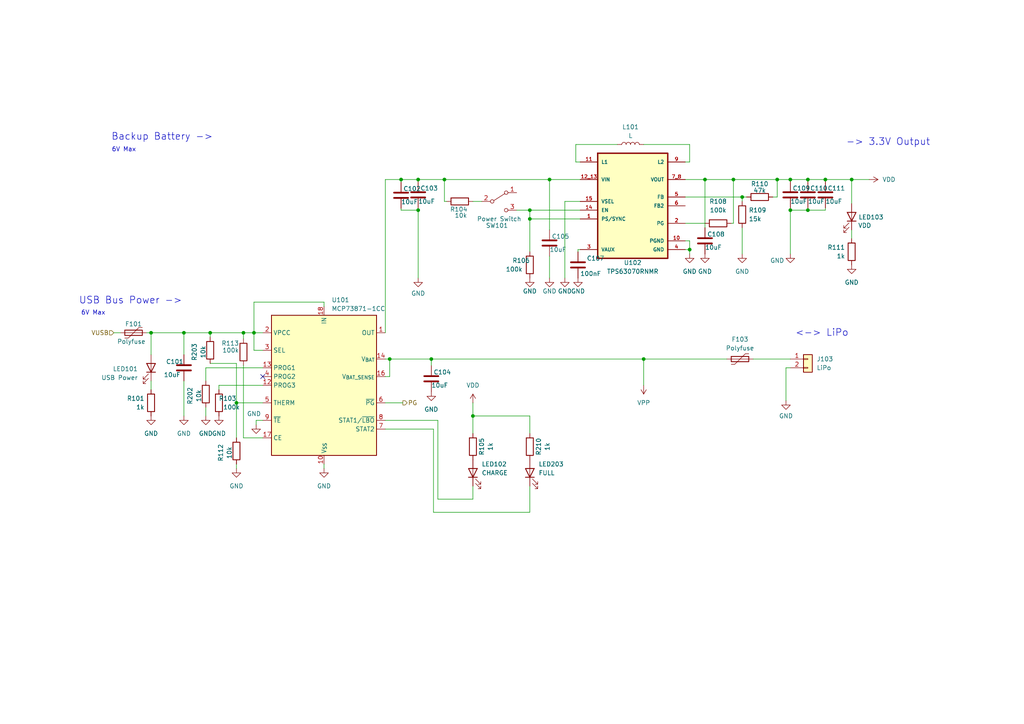
<source format=kicad_sch>
(kicad_sch (version 20250114) (generator "eeschema") (generator_version "9.0")
  (paper "A4")
  (lib_symbols
    (symbol "Battery_Management:MCP73871-1CC"
      (property "Reference" "U" (at -7.62 24.13 0))
      (property "Value" "MCP73871-1CC" (at -15.24 21.59 0))
      (symbol "MCP73871-1CC_0_1"
        (rectangle (start -15.24 20.32) (end 15.24 -20.32) (stroke (width 0.254)) (fill (type background)))
      )
      (symbol "MCP73871-1CC_1_1"
        (pin input line (at -17.78 15.24 0) (length 2.54) (name "VPCC") (number "2"))
        (pin input line (at -17.78 10.16 0) (length 2.54) (name "SEL") (number "3"))
        (pin bidirectional line (at -17.78 5.08 0) (length 2.54) (name "PROG1") (number "13"))
        (pin input line (at -17.78 2.54 0) (length 2.54) (name "PROG2") (number "4"))
        (pin bidirectional line (at -17.78 0 0) (length 2.54) (name "PROG3") (number "12"))
        (pin bidirectional line (at -17.78 -5.08 0) (length 2.54) (name "THERM") (number "5"))
        (pin input line (at -17.78 -10.16 0) (length 2.54) (name "~{TE}") (number "9"))
        (pin input line (at -17.78 -15.24 0) (length 2.54) (name "CE") (number "17"))
        (pin power_in line (at 0 22.86 270) (length 2.54) (name "IN") (number "18"))
        (pin passive line (at 0 22.86 270) (length 2.54) (hide yes) (name "IN") (number "19"))
        (pin power_in line (at 0 -22.86 90) (length 2.54) (name "V_{SS}") (number "10"))
        (pin passive line (at 0 -22.86 90) (length 2.54) (hide yes) (name "V_{SS}") (number "11"))
        (pin passive line (at 0 -22.86 90) (length 2.54) (hide yes) (name "V_{SS}") (number "21"))
        (pin power_out line (at 17.78 15.24 180) (length 2.54) (name "OUT") (number "1"))
        (pin passive line (at 17.78 15.24 180) (length 2.54) (hide yes) (name "OUT") (number "20"))
        (pin power_out line (at 17.78 7.62 180) (length 2.54) (name "V_{BAT}") (number "14"))
        (pin passive line (at 17.78 7.62 180) (length 2.54) (hide yes) (name "V_{BAT}") (number "15"))
        (pin input line (at 17.78 2.54 180) (length 2.54) (name "V_{BAT_SENSE}") (number "16"))
        (pin open_collector line (at 17.78 -5.08 180) (length 2.54) (name "~{PG}") (number "6"))
        (pin open_collector line (at 17.78 -10.16 180) (length 2.54) (name "STAT1/~{LBO}") (number "8"))
        (pin open_collector line (at 17.78 -12.7 180) (length 2.54) (name "STAT2") (number "7"))
      )
    )
    (symbol "Connector_Generic:Conn_01x02" (pin_names (offset 1.016) (hide yes))
      (property "Reference" "J" (at 0 2.54 0))
      (property "Value" "Conn_01x02" (at 0 -5.08 0))
      (symbol "Conn_01x02_1_1"
        (rectangle (start -1.27 1.27) (end 1.27 -3.81) (stroke (width 0.254)) (fill (type background)))
        (rectangle (start -1.27 0.127) (end 0 -0.127) (stroke (width 0.1524)))
        (rectangle (start -1.27 -2.413) (end 0 -2.667) (stroke (width 0.1524)))
        (pin passive line (at -5.08 0 0) (length 3.81) (name "Pin_1") (number "1"))
        (pin passive line (at -5.08 -2.54 0) (length 3.81) (name "Pin_2") (number "2"))
      )
    )
    (symbol "Device:C" (pin_numbers (hide yes)) (pin_names (offset 0.254))
      (property "Reference" "C" (at 0.635 2.54 0))
      (property "Value" "C" (at 0.635 -2.54 0))
      (symbol "C_0_1"
        (polyline (pts (xy -2.032 0.762) (xy 2.032 0.762)) (stroke (width 0.508)))
        (polyline (pts (xy -2.032 -0.762) (xy 2.032 -0.762)) (stroke (width 0.508)))
      )
      (symbol "C_1_1"
        (pin passive line (at 0 3.81 270) (length 2.794) (name "~") (number "1"))
        (pin passive line (at 0 -3.81 90) (length 2.794) (name "~") (number "2"))
      )
    )
    (symbol "Device:L" (pin_numbers (hide yes)) (pin_names (offset 1.016) (hide yes))
      (property "Reference" "L" (at -1.27 0 90))
      (property "Value" "L" (at 1.905 0 90))
      (symbol "L_0_1"
        (arc (start 0 2.54) (mid 0.6323 1.905) (end 0 1.27))
        (arc (start 0 1.27) (mid 0.6323 0.635) (end 0 0))
        (arc (start 0 0) (mid 0.6323 -0.635) (end 0 -1.27))
        (arc (start 0 -1.27) (mid 0.6323 -1.905) (end 0 -2.54))
      )
      (symbol "L_1_1"
        (pin passive line (at 0 3.81 270) (length 1.27) (name "1") (number "1"))
        (pin passive line (at 0 -3.81 90) (length 1.27) (name "2") (number "2"))
      )
    )
    (symbol "Device:LED" (pin_numbers (hide yes)) (pin_names (offset 1.016) (hide yes))
      (property "Reference" "D" (at 0 2.54 0))
      (property "Value" "LED" (at 0 -2.54 0))
      (symbol "LED_0_1"
        (polyline (pts (xy -3.048 -0.762) (xy -4.572 -2.286) (xy -3.81 -2.286) (xy -4.572 -2.286) (xy -4.572 -1.524)))
        (polyline (pts (xy -1.778 -0.762) (xy -3.302 -2.286) (xy -2.54 -2.286) (xy -3.302 -2.286) (xy -3.302 -1.524)))
        (polyline (pts (xy -1.27 0) (xy 1.27 0)))
        (polyline (pts (xy -1.27 -1.27) (xy -1.27 1.27)) (stroke (width 0.254)))
        (polyline (pts (xy 1.27 -1.27) (xy 1.27 1.27) (xy -1.27 0) (xy 1.27 -1.27)) (stroke (width 0.254)))
      )
      (symbol "LED_1_1"
        (pin passive line (at -3.81 0 0) (length 2.54) (name "K") (number "1"))
        (pin passive line (at 3.81 0 180) (length 2.54) (name "A") (number "2"))
      )
    )
    (symbol "Device:Polyfuse" (pin_numbers (hide yes)) (pin_names (offset 0))
      (property "Reference" "F" (at -2.54 0 90))
      (property "Value" "Polyfuse" (at 2.54 0 90))
      (symbol "Polyfuse_0_1"
        (polyline (pts (xy -1.524 2.54) (xy -1.524 1.524) (xy 1.524 -1.524) (xy 1.524 -2.54)))
        (rectangle (start -0.762 2.54) (end 0.762 -2.54) (stroke (width 0.254)))
        (polyline (pts (xy 0 2.54) (xy 0 -2.54)))
      )
      (symbol "Polyfuse_1_1"
        (pin passive line (at 0 3.81 270) (length 1.27) (name "~") (number "1"))
        (pin passive line (at 0 -3.81 90) (length 1.27) (name "~") (number "2"))
      )
    )
    (symbol "Device:R" (pin_numbers (hide yes)) (pin_names (offset 0))
      (property "Reference" "R" (at 2.032 0 90))
      (property "Value" "R" (at 0 0 90))
      (symbol "R_0_1"
        (rectangle (start -1.016 -2.54) (end 1.016 2.54) (stroke (width 0.254)))
      )
      (symbol "R_1_1"
        (pin passive line (at 0 3.81 270) (length 1.27) (name "~") (number "1"))
        (pin passive line (at 0 -3.81 90) (length 1.27) (name "~") (number "2"))
      )
    )
    (symbol "Switch:SW_SPDT" (pin_names (offset 0) (hide yes))
      (property "Reference" "SW" (at 0 4.318 0))
      (property "Value" "SW_SPDT" (at 0 -5.08 0))
      (symbol "SW_SPDT_0_0"
        (circle (center -2.032 0) (radius 0.508))
        (circle (center 2.032 -2.54) (radius 0.508))
      )
      (symbol "SW_SPDT_0_1"
        (polyline (pts (xy -1.524 0.254) (xy 1.651 2.286)))
        (circle (center 2.032 2.54) (radius 0.508))
      )
      (symbol "SW_SPDT_1_1"
        (pin passive line (at -5.08 0 0) (length 2.54) (name "B") (number "2"))
        (pin passive line (at 5.08 2.54 180) (length 2.54) (name "A") (number "1"))
        (pin passive line (at 5.08 -2.54 180) (length 2.54) (name "C") (number "3"))
      )
    )
    (symbol "VDD_1" (power) (pin_numbers (hide yes)) (pin_names (offset 0) (hide yes))
      (property "Value" "VDD" (at 0 3.556 0))
      (symbol "VDD_1_0_1"
        (polyline (pts (xy -0.762 1.27) (xy 0 2.54)))
        (polyline (pts (xy 0 2.54) (xy 0.762 1.27)))
        (polyline (pts (xy 0 0) (xy 0 2.54)))
      )
      (symbol "VDD_1_1_1"
        (pin power_in line (at 0 0 90) (length 0) (name "~") (number "1"))
      )
    )
    (symbol "WOBCLibrary:TPS63070RNMR" (pin_names (offset 1.016))
      (property "Reference" "U" (at -12.7 29.21 0))
      (property "Value" "TPS63070RNMR" (at -12.7 -19.24 0))
      (symbol "TPS63070RNMR_0_0"
        (rectangle (start -10.16 15.24) (end 10.16 -15.24) (stroke (width 0.41)) (fill (type background)))
        (pin bidirectional line (at -15.24 12.7 0) (length 5.08) (name "L1") (number "11"))
        (pin input line (at -15.24 7.62 0) (length 5.08) (name "VIN") (number "12_13"))
        (pin input line (at -15.24 1.27 0) (length 5.08) (name "VSEL") (number "15"))
        (pin input line (at -15.24 -1.27 0) (length 5.08) (name "EN") (number "14"))
        (pin input line (at -15.24 -3.81 0) (length 5.08) (name "PS/SYNC") (number "1"))
        (pin output line (at -15.24 -12.7 0) (length 5.08) (name "VAUX") (number "3"))
        (pin bidirectional line (at 15.24 12.7 180) (length 5.08) (name "L2") (number "9"))
        (pin output line (at 15.24 7.62 180) (length 5.08) (name "VOUT") (number "7_8"))
        (pin input line (at 15.24 2.54 180) (length 5.08) (name "FB") (number "5"))
        (pin output line (at 15.24 0 180) (length 5.08) (name "FB2") (number "6"))
        (pin output line (at 15.24 -5.08 180) (length 5.08) (name "PG") (number "2"))
        (pin power_in line (at 15.24 -10.16 180) (length 5.08) (name "PGND") (number "10"))
        (pin power_in line (at 15.24 -12.7 180) (length 5.08) (name "GND") (number "4"))
      )
    )
    (symbol "power:GND" (power) (pin_names (offset 0))
      (property "Value" "GND" (at 0 -3.81 0))
      (symbol "GND_0_1"
        (polyline (pts (xy 0 0) (xy 0 -1.27) (xy 1.27 -1.27) (xy 0 -2.54) (xy -1.27 -1.27) (xy 0 -1.27)))
      )
      (symbol "GND_1_1"
        (pin power_in line (at 0 0 270) (length 0) (hide yes) (name "GND") (number "1"))
      )
    )
    (symbol "power:VDD" (power) (pin_names (offset 0))
      (property "Value" "VDD" (at 0 3.81 0))
      (symbol "VDD_0_1"
        (polyline (pts (xy -0.762 1.27) (xy 0 2.54)))
        (polyline (pts (xy 0 2.54) (xy 0.762 1.27)))
        (polyline (pts (xy 0 0) (xy 0 2.54)))
      )
      (symbol "VDD_1_1"
        (pin power_in line (at 0 0 90) (length 0) (hide yes) (name "VDD") (number "1"))
      )
    )
    (symbol "power:VPP" (power) (pin_numbers (hide yes)) (pin_names (offset 0) (hide yes))
      (property "Value" "VPP" (at 0 3.556 0))
      (symbol "VPP_0_1"
        (polyline (pts (xy -0.762 1.27) (xy 0 2.54)))
        (polyline (pts (xy 0 2.54) (xy 0.762 1.27)))
        (polyline (pts (xy 0 0) (xy 0 2.54)))
      )
      (symbol "VPP_1_1"
        (pin power_in line (at 0 0 90) (length 0) (name "~") (number "1"))
      )
    )
  )
  (text "USB Bus Power ->" (at 22.86 88.392 0) (effects (font (size 2 2)) (justify left bottom)))
  (text "6V Max" (at 23.495 91.567 0) (effects (font (size 1.27 1.27)) (justify left bottom)))
  (text "Backup Battery ->" (at 32.258 40.894 0) (effects (font (size 2 2)) (justify left bottom)))
  (text "6V Max" (at 32.385 44.196 0) (effects (font (size 1.27 1.27)) (justify left bottom)))
  (text "<-> LiPo" (at 230.632 97.79 0) (effects (font (size 2 2)) (justify left bottom)))
  (text "-> 3.3V Output" (at 245.364 42.418 0) (effects (font (size 2 2)) (justify left bottom)))
  (junction (at 212.725 52.07))
  (junction (at 68.58 116.84))
  (junction (at 229.235 60.96))
  (junction (at 153.67 63.5))
  (junction (at 225.425 52.07))
  (junction (at 200.025 72.39))
  (junction (at 215.265 57.15))
  (junction (at 234.315 60.96))
  (junction (at 113.03 104.14))
  (junction (at 43.815 96.52))
  (junction (at 159.385 52.07))
  (junction (at 229.235 52.07))
  (junction (at 121.285 60.96))
  (junction (at 234.315 52.07))
  (junction (at 53.34 96.52))
  (junction (at 60.96 96.52))
  (junction (at 186.69 104.14))
  (junction (at 137.16 120.65))
  (junction (at 73.66 96.52))
  (junction (at 121.285 52.07))
  (junction (at 247.015 52.07))
  (junction (at 70.612 96.52))
  (junction (at 204.47 52.07))
  (junction (at 239.395 52.07))
  (junction (at 153.67 60.96))
  (junction (at 128.905 52.07))
  (junction (at 116.332 52.07))
  (junction (at 125.095 104.14))
  (no_connect (at 76.2 109.22))
  (wire (pts (xy 128.905 58.42) (xy 128.905 52.07)))
  (wire (pts (xy 227.965 106.68) (xy 229.235 106.68)))
  (wire (pts (xy 215.265 57.15) (xy 216.535 57.15)))
  (wire (pts (xy 70.612 96.52) (xy 70.612 98.298)))
  (wire (pts (xy 227.965 116.205) (xy 227.965 106.68)))
  (wire (pts (xy 159.385 52.07) (xy 168.275 52.07)))
  (wire (pts (xy 74.295 121.92) (xy 76.2 121.92)))
  (wire (pts (xy 234.315 60.325) (xy 234.315 60.96)))
  (wire (pts (xy 234.315 52.07) (xy 239.395 52.07)))
  (wire (pts (xy 218.44 104.14) (xy 229.235 104.14)))
  (wire (pts (xy 215.265 58.42) (xy 215.265 57.15)))
  (wire (pts (xy 204.47 64.77) (xy 198.755 64.77)))
  (wire (pts (xy 167.005 46.99) (xy 168.275 46.99)))
  (wire (pts (xy 200.025 41.91) (xy 200.025 46.99)))
  (wire (pts (xy 63.5 113.03) (xy 63.5 111.76)))
  (wire (pts (xy 153.67 63.5) (xy 153.67 73.025)))
  (wire (pts (xy 33.02 96.52) (xy 34.925 96.52)))
  (wire (pts (xy 53.34 110.49) (xy 53.34 120.65)))
  (wire (pts (xy 200.025 72.39) (xy 198.755 72.39)))
  (wire (pts (xy 111.76 52.07) (xy 116.332 52.07)))
  (wire (pts (xy 234.315 60.96) (xy 229.235 60.96)))
  (wire (pts (xy 137.16 125.73) (xy 137.16 120.65)))
  (wire (pts (xy 239.395 52.07) (xy 247.015 52.07)))
  (wire (pts (xy 127 121.92) (xy 111.76 121.92)))
  (wire (pts (xy 204.47 52.07) (xy 212.725 52.07)))
  (wire (pts (xy 68.58 135.89) (xy 68.58 134.62)))
  (wire (pts (xy 53.34 96.52) (xy 60.96 96.52)))
  (wire (pts (xy 111.76 104.14) (xy 113.03 104.14)))
  (wire (pts (xy 68.58 116.84) (xy 68.58 127)))
  (wire (pts (xy 113.03 109.22) (xy 113.03 104.14)))
  (wire (pts (xy 76.2 116.84) (xy 68.58 116.84)))
  (wire (pts (xy 186.69 104.14) (xy 210.82 104.14)))
  (wire (pts (xy 153.67 140.97) (xy 153.67 148.59)))
  (wire (pts (xy 116.332 60.96) (xy 121.285 60.96)))
  (wire (pts (xy 239.395 60.96) (xy 234.315 60.96)))
  (wire (pts (xy 215.265 66.04) (xy 215.265 73.66)))
  (wire (pts (xy 60.96 105.41) (xy 68.58 105.41)))
  (wire (pts (xy 116.332 52.07) (xy 121.285 52.07)))
  (wire (pts (xy 128.905 52.07) (xy 159.385 52.07)))
  (wire (pts (xy 93.98 135.89) (xy 93.98 134.62)))
  (wire (pts (xy 121.285 60.96) (xy 121.285 80.645)))
  (wire (pts (xy 225.425 52.07) (xy 229.235 52.07)))
  (wire (pts (xy 137.16 120.65) (xy 153.67 120.65)))
  (wire (pts (xy 137.16 58.42) (xy 139.7 58.42)))
  (wire (pts (xy 59.69 118.11) (xy 59.69 120.65)))
  (wire (pts (xy 43.815 113.03) (xy 43.815 110.49)))
  (wire (pts (xy 167.64 73.025) (xy 167.64 72.39)))
  (wire (pts (xy 116.332 60.452) (xy 116.332 60.96)))
  (wire (pts (xy 121.285 60.325) (xy 121.285 60.96)))
  (wire (pts (xy 125.73 148.59) (xy 153.67 148.59)))
  (wire (pts (xy 137.16 116.84) (xy 137.16 120.65)))
  (wire (pts (xy 42.545 96.52) (xy 43.815 96.52)))
  (wire (pts (xy 59.69 106.68) (xy 76.2 106.68)))
  (wire (pts (xy 239.395 52.07) (xy 239.395 52.705)))
  (wire (pts (xy 167.005 41.91) (xy 167.005 46.99)))
  (wire (pts (xy 247.015 52.07) (xy 252.095 52.07)))
  (wire (pts (xy 111.76 52.07) (xy 111.76 96.52)))
  (wire (pts (xy 153.67 60.96) (xy 168.275 60.96)))
  (wire (pts (xy 200.025 46.99) (xy 198.755 46.99)))
  (wire (pts (xy 239.395 60.325) (xy 239.395 60.96)))
  (wire (pts (xy 186.69 104.14) (xy 186.69 111.76)))
  (wire (pts (xy 113.03 104.14) (xy 125.095 104.14)))
  (wire (pts (xy 73.66 96.52) (xy 76.2 96.52)))
  (wire (pts (xy 212.725 52.07) (xy 225.425 52.07)))
  (wire (pts (xy 68.58 105.41) (xy 68.58 116.84)))
  (wire (pts (xy 168.275 58.42) (xy 163.83 58.42)))
  (wire (pts (xy 121.285 52.07) (xy 121.285 52.705)))
  (wire (pts (xy 73.66 101.6) (xy 73.66 96.52)))
  (wire (pts (xy 74.295 123.19) (xy 74.295 121.92)))
  (wire (pts (xy 125.095 106.045) (xy 125.095 104.14)))
  (wire (pts (xy 111.76 124.46) (xy 125.73 124.46)))
  (wire (pts (xy 229.235 60.96) (xy 229.235 60.325)))
  (wire (pts (xy 212.09 64.77) (xy 212.725 64.77)))
  (wire (pts (xy 200.025 72.39) (xy 200.025 73.66)))
  (wire (pts (xy 198.755 57.15) (xy 215.265 57.15)))
  (wire (pts (xy 70.612 105.918) (xy 70.612 127)))
  (wire (pts (xy 224.155 57.15) (xy 225.425 57.15)))
  (wire (pts (xy 153.67 120.65) (xy 153.67 125.73)))
  (wire (pts (xy 111.76 109.22) (xy 113.03 109.22)))
  (wire (pts (xy 168.275 63.5) (xy 153.67 63.5)))
  (wire (pts (xy 127 121.92) (xy 127 144.78)))
  (wire (pts (xy 76.2 101.6) (xy 73.66 101.6)))
  (wire (pts (xy 53.34 96.52) (xy 53.34 102.87)))
  (wire (pts (xy 125.73 124.46) (xy 125.73 148.59)))
  (wire (pts (xy 125.095 104.14) (xy 186.69 104.14)))
  (wire (pts (xy 200.025 69.85) (xy 200.025 72.39)))
  (wire (pts (xy 159.385 66.675) (xy 159.385 52.07)))
  (wire (pts (xy 127 144.78) (xy 137.16 144.78)))
  (wire (pts (xy 129.54 58.42) (xy 128.905 58.42)))
  (wire (pts (xy 153.67 60.96) (xy 153.67 63.5)))
  (wire (pts (xy 225.425 57.15) (xy 225.425 52.07)))
  (wire (pts (xy 60.96 96.52) (xy 70.612 96.52)))
  (wire (pts (xy 212.725 64.77) (xy 212.725 52.07)))
  (wire (pts (xy 111.76 116.84) (xy 116.84 116.84)))
  (wire (pts (xy 116.332 52.07) (xy 116.332 52.832)))
  (wire (pts (xy 159.385 74.295) (xy 159.385 80.645)))
  (wire (pts (xy 70.612 127) (xy 76.2 127)))
  (wire (pts (xy 149.86 60.96) (xy 153.67 60.96)))
  (wire (pts (xy 163.83 58.42) (xy 163.83 80.645)))
  (wire (pts (xy 204.47 52.07) (xy 204.47 66.04)))
  (wire (pts (xy 73.66 87.63) (xy 73.66 96.52)))
  (wire (pts (xy 121.285 52.07) (xy 128.905 52.07)))
  (wire (pts (xy 63.5 111.76) (xy 76.2 111.76)))
  (wire (pts (xy 167.64 72.39) (xy 168.275 72.39)))
  (wire (pts (xy 198.755 69.85) (xy 200.025 69.85)))
  (wire (pts (xy 60.96 96.52) (xy 60.96 97.79)))
  (wire (pts (xy 93.98 87.63) (xy 73.66 87.63)))
  (wire (pts (xy 70.612 96.52) (xy 73.66 96.52)))
  (wire (pts (xy 137.16 144.78) (xy 137.16 140.97)))
  (wire (pts (xy 93.98 88.9) (xy 93.98 87.63)))
  (wire (pts (xy 229.235 52.07) (xy 229.235 52.705)))
  (wire (pts (xy 198.755 52.07) (xy 204.47 52.07)))
  (wire (pts (xy 43.815 96.52) (xy 53.34 96.52)))
  (wire (pts (xy 59.69 106.68) (xy 59.69 110.49)))
  (wire (pts (xy 247.015 69.215) (xy 247.015 66.675)))
  (wire (pts (xy 247.015 52.07) (xy 247.015 59.055)))
  (wire (pts (xy 179.07 41.91) (xy 167.005 41.91)))
  (wire (pts (xy 229.235 60.96) (xy 229.235 73.66)))
  (wire (pts (xy 43.815 96.52) (xy 43.815 102.87)))
  (wire (pts (xy 234.315 52.07) (xy 234.315 52.705)))
  (wire (pts (xy 186.69 41.91) (xy 200.025 41.91)))
  (wire (pts (xy 229.235 52.07) (xy 234.315 52.07)))
  (hierarchical_label "PG" (shape output) (at 116.84 116.84 0))
  (hierarchical_label "VUSB" (shape input) (at 33.02 96.52 180))
  (symbol (lib_id "Device:LED") (at 137.16 137.16 90) (unit 1)
    (property "Reference" "LED102" (at 139.7 134.62 90) (effects (justify right)))
    (property "Value" "CHARGE" (at 139.7 137.16 90) (effects (justify right)))
    (property "Footprint" "LED_SMD:LED_0805_2012Metric" (effects (hide yes)))
    (property "Description" "Light emitting diode" (effects (hide yes)))
    (property "LCSC" "C2296" (effects (hide yes)))
  )
  (symbol (lib_id "power:GND") (at 125.095 113.665 0) (unit 1)
    (property "Reference" "#PWR0109" (effects (hide yes)))
    (property "Value" "GND" (at 125.095 118.745 0))
  )
  (symbol (lib_id "power:GND") (at 93.98 135.89 0) (unit 1)
    (property "Reference" "#PWR0107" (effects (hide yes)))
    (property "Value" "GND" (at 93.98 140.97 0))
  )
  (symbol (lib_id "Device:C") (at 53.34 106.68 0) (unit 1)
    (property "Reference" "C101" (at 48.133 104.902 0) (effects (justify left)))
    (property "Value" "10uF" (at 47.498 108.712 0) (effects (justify left)))
    (property "Footprint" "Capacitor_SMD:C_0603_1608Metric" (effects (hide yes)))
    (property "Description" "Unpolarized capacitor" (effects (hide yes)))
    (property "LCSC" "C96446" (effects (hide yes)))
  )
  (symbol (lib_id "Device:C") (at 234.315 56.515 0) (unit 1)
    (property "Reference" "C110" (at 234.95 54.61 0) (effects (justify left)))
    (property "Value" "10uF" (at 234.315 58.42 0) (effects (justify left)))
    (property "Footprint" "Capacitor_SMD:C_0805_2012Metric" (effects (hide yes)))
    (property "Description" "Unpolarized capacitor" (effects (hide yes)))
    (property "LCSC" "C15850" (effects (hide yes)))
  )
  (symbol (lib_id "Device:LED") (at 247.015 62.865 270) (mirror x) (unit 1)
    (property "Reference" "LED103" (at 256.286 62.992 90) (effects (justify right)))
    (property "Value" "VDD" (at 252.73 65.405 90) (effects (justify right)))
    (property "Footprint" "LED_SMD:LED_0805_2012Metric" (effects (hide yes)))
    (property "Description" "Light emitting diode" (effects (hide yes)))
    (property "LCSC" "C2297" (effects (hide yes)))
  )
  (symbol (lib_id "Device:R") (at 43.815 116.84 0) (mirror y) (unit 1)
    (property "Reference" "R101" (at 41.91 115.57 0) (effects (justify left)))
    (property "Value" "1k" (at 41.91 118.11 0) (effects (justify left)))
    (property "Footprint" "Resistor_SMD:R_0402_1005Metric" (effects (hide yes)))
    (property "Description" "Resistor" (effects (hide yes)))
    (property "LCSC" "C11702" (effects (hide yes)))
  )
  (symbol (lib_id "Device:C") (at 116.332 56.642 0) (unit 1)
    (property "Reference" "C102" (at 116.967 54.737 0) (effects (justify left)))
    (property "Value" "10uF" (at 116.332 58.547 0) (effects (justify left)))
    (property "Footprint" "Capacitor_SMD:C_0805_2012Metric" (effects (hide yes)))
    (property "Description" "Unpolarized capacitor" (effects (hide yes)))
    (property "LCSC" "C15850" (effects (hide yes)))
  )
  (symbol (lib_id "Device:C") (at 229.235 56.515 0) (unit 1)
    (property "Reference" "C109" (at 229.87 54.61 0) (effects (justify left)))
    (property "Value" "10uF" (at 229.235 58.42 0) (effects (justify left)))
    (property "Footprint" "Capacitor_SMD:C_0805_2012Metric" (effects (hide yes)))
    (property "Description" "Unpolarized capacitor" (effects (hide yes)))
    (property "LCSC" "C15850" (effects (hide yes)))
  )
  (symbol (lib_id "Device:L") (at 182.88 41.91 90) (unit 1)
    (property "Reference" "L101" (at 182.88 36.83 90))
    (property "Value" "L" (at 182.88 39.37 90))
    (property "Footprint" "Inductor_SMD:L_Wuerth_WE-TPC-3816" (effects (hide yes)))
    (property "Description" "Inductor" (effects (hide yes)))
    (property "LCSC" " C3033018" (effects (hide yes)))
  )
  (symbol (lib_id "Connector_Generic:Conn_01x02") (at 234.315 104.14 0) (unit 1)
    (property "Reference" "J103" (at 236.855 104.14 0) (effects (justify left)))
    (property "Value" "LiPo" (at 236.855 106.68 0) (effects (justify left)))
    (property "Footprint" "Connector_JST:JST_PH_S2B-PH-K_1x02_P2.00mm_Horizontal" (effects (hide yes)))
    (property "Description" "Generic connector, single row, 01x02, script generated (kicad-library-utils/schlib/autogen/connector/)" (effects (hide yes)))
  )
  (symbol (lib_id "power:VPP") (at 186.69 111.76 180) (unit 1)
    (property "Reference" "#PWR0215" (effects (hide yes)))
    (property "Value" "VPP" (at 186.69 116.84 0))
    (property "Description" "Power symbol creates a global label with name \"VPP\"" (effects (hide yes)))
  )
  (symbol (lib_id "power:GND") (at 200.025 73.66 0) (unit 1)
    (property "Reference" "#PWR0117" (effects (hide yes)))
    (property "Value" "GND" (at 200.025 78.74 0))
  )
  (symbol (lib_id "power:GND") (at 227.965 116.205 0) (unit 1)
    (property "Reference" "#PWR0120" (effects (hide yes)))
    (property "Value" "GND" (at 227.965 120.65 0))
  )
  (symbol (lib_id "Device:C") (at 204.47 69.85 0) (unit 1)
    (property "Reference" "C108" (at 205.105 67.945 0) (effects (justify left)))
    (property "Value" "10uF" (at 204.47 71.755 0) (effects (justify left)))
    (property "Footprint" "Capacitor_SMD:C_0603_1608Metric" (effects (hide yes)))
    (property "Description" "Unpolarized capacitor" (effects (hide yes)))
    (property "LCSC" "C96446" (effects (hide yes)))
  )
  (symbol (lib_id "Device:C") (at 239.395 56.515 0) (unit 1)
    (property "Reference" "C111" (at 240.03 54.61 0) (effects (justify left)))
    (property "Value" "10uF" (at 239.395 58.42 0) (effects (justify left)))
    (property "Footprint" "Capacitor_SMD:C_0805_2012Metric" (effects (hide yes)))
    (property "Description" "Unpolarized capacitor" (effects (hide yes)))
    (property "LCSC" "C15850" (effects (hide yes)))
  )
  (symbol (lib_id "power:GND") (at 121.285 80.645 0) (unit 1)
    (property "Reference" "#PWR0108" (effects (hide yes)))
    (property "Value" "GND" (at 121.285 85.09 0))
  )
  (symbol (lib_id "Device:R") (at 220.345 57.15 90) (unit 1)
    (property "Reference" "R110" (at 220.345 53.34 90))
    (property "Value" "47k" (at 220.345 55.245 90))
    (property "Footprint" "Resistor_SMD:R_0402_1005Metric" (effects (hide yes)))
    (property "Description" "Resistor" (effects (hide yes)))
    (property "LCSC" "C25792" (effects (hide yes)))
  )
  (symbol (lib_id "Device:C") (at 167.64 76.835 0) (unit 1)
    (property "Reference" "C107" (at 170.18 74.93 0) (effects (justify left)))
    (property "Value" "100nF" (at 168.275 79.375 0) (effects (justify left)))
    (property "Footprint" "Capacitor_SMD:C_0402_1005Metric" (effects (hide yes)))
    (property "Description" "Unpolarized capacitor" (effects (hide yes)))
    (property "LCSC" "C1525" (effects (hide yes)))
  )
  (symbol (lib_id "power:GND") (at 247.015 76.835 0) (unit 1)
    (property "Reference" "#PWR0122" (effects (hide yes)))
    (property "Value" "GND" (at 247.015 81.915 0))
  )
  (symbol (lib_id "power:GND") (at 229.235 73.66 0) (unit 1)
    (property "Reference" "#PWR0121" (effects (hide yes)))
    (property "Value" "GND" (at 225.425 75.565 0))
  )
  (symbol (lib_id "Device:C") (at 121.285 56.515 0) (unit 1)
    (property "Reference" "C103" (at 121.92 54.61 0) (effects (justify left)))
    (property "Value" "10uF" (at 121.285 58.42 0) (effects (justify left)))
    (property "Footprint" "Capacitor_SMD:C_0805_2012Metric" (effects (hide yes)))
    (property "Description" "Unpolarized capacitor" (effects (hide yes)))
    (property "LCSC" "C15850" (effects (hide yes)))
  )
  (symbol (lib_id "power:GND") (at 59.69 120.65 0) (unit 1)
    (property "Reference" "#PWR0104" (effects (hide yes)))
    (property "Value" "GND" (at 59.69 125.73 0))
  )
  (symbol (lib_id "Device:R") (at 153.67 129.54 180) (unit 1)
    (property "Reference" "R210" (at 156.21 129.54 90))
    (property "Value" "1k" (at 158.75 129.54 90))
    (property "Footprint" "Resistor_SMD:R_0402_1005Metric" (effects (hide yes)))
    (property "Description" "Resistor" (effects (hide yes)))
    (property "LCSC" "C11702" (effects (hide yes)))
  )
  (symbol (lib_id "Device:R") (at 153.67 76.835 0) (unit 1)
    (property "Reference" "R106" (at 148.59 75.565 0) (effects (justify left)))
    (property "Value" "100k" (at 146.685 78.105 0) (effects (justify left)))
    (property "Footprint" "Resistor_SMD:R_0402_1005Metric" (effects (hide yes)))
    (property "Description" "Resistor" (effects (hide yes)))
    (property "LCSC" "C25741" (effects (hide yes)))
  )
  (symbol (lib_name "VDD_1") (lib_id "power:VDD") (at 137.16 116.84 0) (unit 1)
    (property "Reference" "#PWR0210" (effects (hide yes)))
    (property "Value" "VDD" (at 137.16 111.76 0))
    (property "Description" "Power symbol creates a global label with name \"VDD\"" (effects (hide yes)))
  )
  (symbol (lib_id "power:GND") (at 153.67 80.645 0) (unit 1)
    (property "Reference" "#PWR0111" (effects (hide yes)))
    (property "Value" "GND" (at 153.67 84.455 0))
  )
  (symbol (lib_id "power:GND") (at 159.385 80.645 0) (unit 1)
    (property "Reference" "#PWR0112" (effects (hide yes)))
    (property "Value" "GND" (at 159.385 84.455 0))
  )
  (symbol (lib_id "Device:R") (at 247.015 73.025 0) (mirror y) (unit 1)
    (property "Reference" "R111" (at 245.11 71.755 0) (effects (justify left)))
    (property "Value" "1k" (at 245.11 74.295 0) (effects (justify left)))
    (property "Footprint" "Resistor_SMD:R_0402_1005Metric" (effects (hide yes)))
    (property "Description" "Resistor" (effects (hide yes)))
    (property "LCSC" "C11702" (effects (hide yes)))
  )
  (symbol (lib_id "power:VDD") (at 252.095 52.07 270) (unit 1)
    (property "Reference" "#PWR0123" (effects (hide yes)))
    (property "Value" "VDD" (at 255.905 52.07 90) (effects (justify left)))
  )
  (symbol (lib_id "Device:R") (at 208.28 64.77 270) (unit 1)
    (property "Reference" "R108" (at 208.28 58.42 90))
    (property "Value" "100k" (at 208.28 60.96 90))
    (property "Footprint" "Resistor_SMD:R_0402_1005Metric" (effects (hide yes)))
    (property "Description" "Resistor" (effects (hide yes)))
    (property "LCSC" "C25741" (effects (hide yes)))
  )
  (symbol (lib_id "power:GND") (at 63.5 120.65 0) (unit 1)
    (property "Reference" "#PWR0105" (effects (hide yes)))
    (property "Value" "GND" (at 63.5 125.73 0))
  )
  (symbol (lib_id "power:GND") (at 53.34 120.65 0) (unit 1)
    (property "Reference" "#PWR0103" (effects (hide yes)))
    (property "Value" "GND" (at 53.34 125.73 0))
  )
  (symbol (lib_id "Device:C") (at 159.385 70.485 0) (unit 1)
    (property "Reference" "C105" (at 160.02 68.58 0) (effects (justify left)))
    (property "Value" "10uF" (at 159.385 72.39 0) (effects (justify left)))
    (property "Footprint" "Capacitor_SMD:C_0603_1608Metric" (effects (hide yes)))
    (property "Description" "Unpolarized capacitor" (effects (hide yes)))
    (property "LCSC" "C96446" (effects (hide yes)))
  )
  (symbol (lib_id "Device:R") (at 133.35 58.42 90) (unit 1)
    (property "Reference" "R104" (at 135.636 60.706 90) (effects (justify left)))
    (property "Value" "10k" (at 135.509 62.484 90) (effects (justify left)))
    (property "Footprint" "Resistor_SMD:R_0402_1005Metric" (effects (hide yes)))
    (property "Description" "Resistor" (effects (hide yes)))
    (property "LCSC" "C25744" (effects (hide yes)))
  )
  (symbol (lib_id "power:GND") (at 74.295 123.19 0) (unit 1)
    (property "Reference" "#PWR0106" (effects (hide yes)))
    (property "Value" "GND" (at 73.66 120.015 0))
  )
  (symbol (lib_id "Device:R") (at 68.58 130.81 180) (unit 1)
    (property "Reference" "R112" (at 64.008 131.318 90))
    (property "Value" "10k" (at 66.548 131.318 90))
    (property "Footprint" "Resistor_SMD:R_0402_1005Metric" (effects (hide yes)))
    (property "Description" "Resistor" (effects (hide yes)))
    (property "LCSC" "C25744" (effects (hide yes)))
  )
  (symbol (lib_id "power:GND") (at 43.815 120.65 0) (unit 1)
    (property "Reference" "#PWR0101" (effects (hide yes)))
    (property "Value" "GND" (at 43.815 125.73 0))
  )
  (symbol (lib_id "power:GND") (at 204.47 73.66 0) (unit 1)
    (property "Reference" "#PWR0118" (effects (hide yes)))
    (property "Value" "GND" (at 204.47 78.74 0))
  )
  (symbol (lib_id "power:GND") (at 163.83 80.645 0) (unit 1)
    (property "Reference" "#PWR0113" (effects (hide yes)))
    (property "Value" "GND" (at 163.83 84.455 0))
  )
  (symbol (lib_id "Device:LED") (at 153.67 137.16 90) (unit 1)
    (property "Reference" "LED203" (at 156.21 134.62 90) (effects (justify right)))
    (property "Value" "FULL" (at 156.21 137.16 90) (effects (justify right)))
    (property "Footprint" "LED_SMD:LED_0805_2012Metric" (effects (hide yes)))
    (property "Description" "Light emitting diode" (effects (hide yes)))
    (property "LCSC" "C2296" (effects (hide yes)))
  )
  (symbol (lib_id "power:GND") (at 68.58 135.89 0) (unit 1)
    (property "Reference" "#PWR0124" (effects (hide yes)))
    (property "Value" "GND" (at 68.58 140.97 0))
  )
  (symbol (lib_id "Device:R") (at 215.265 62.23 180) (unit 1)
    (property "Reference" "R109" (at 217.17 60.96 0) (effects (justify right)))
    (property "Value" "15k" (at 217.17 63.5 0) (effects (justify right)))
    (property "Footprint" "Resistor_SMD:R_0402_1005Metric" (effects (hide yes)))
    (property "Description" "Resistor" (effects (hide yes)))
    (property "LCSC" "C25756" (effects (hide yes)))
  )
  (symbol (lib_id "Device:Polyfuse") (at 38.735 96.52 90) (unit 1)
    (property "Reference" "F101" (at 38.735 93.98 90))
    (property "Value" "Polyfuse" (at 38.1 99.06 90))
    (property "Footprint" "Fuse:Fuse_1206_3216Metric" (effects (hide yes)))
    (property "Description" "Resettable fuse, polymeric positive temperature coefficient" (effects (hide yes)))
    (property "LCSC" " C883133" (effects (hide yes)))
  )
  (symbol (lib_id "Device:R") (at 63.5 116.84 0) (mirror y) (unit 1)
    (property "Reference" "R103" (at 68.58 115.57 0) (effects (justify left)))
    (property "Value" "100k" (at 69.596 118.11 0) (effects (justify left)))
    (property "Footprint" "Resistor_SMD:R_0402_1005Metric" (effects (hide yes)))
    (property "Description" "Resistor" (effects (hide yes)))
    (property "LCSC" "C25741" (effects (hide yes)))
  )
  (symbol (lib_id "Device:Polyfuse") (at 214.63 104.14 90) (unit 1)
    (property "Reference" "F103" (at 214.63 98.425 90))
    (property "Value" "Polyfuse" (at 214.63 100.965 90))
    (property "Footprint" "Fuse:Fuse_1206_3216Metric" (effects (hide yes)))
    (property "Description" "Resettable fuse, polymeric positive temperature coefficient" (effects (hide yes)))
    (property "LCSC" " C883133" (effects (hide yes)))
  )
  (symbol (lib_id "power:GND") (at 215.265 73.66 0) (unit 1)
    (property "Reference" "#PWR0119" (effects (hide yes)))
    (property "Value" "GND" (at 215.265 78.74 0))
  )
  (symbol (lib_id "Device:R") (at 70.612 102.108 0) (mirror y) (unit 1)
    (property "Reference" "R113" (at 69.342 99.568 0) (effects (justify left)))
    (property "Value" "100k" (at 69.342 101.6 0) (effects (justify left)))
    (property "Footprint" "Resistor_SMD:R_0402_1005Metric" (effects (hide yes)))
    (property "Description" "Resistor" (effects (hide yes)))
    (property "LCSC" "C25741" (effects (hide yes)))
  )
  (symbol (lib_id "Device:R") (at 137.16 129.54 180) (unit 1)
    (property "Reference" "R105" (at 139.7 129.54 90))
    (property "Value" "1k" (at 142.24 129.54 90))
    (property "Footprint" "Resistor_SMD:R_0402_1005Metric" (effects (hide yes)))
    (property "Description" "Resistor" (effects (hide yes)))
    (property "LCSC" "C11702" (effects (hide yes)))
  )
  (symbol (lib_id "WOBCLibrary:TPS63070RNMR") (at 183.515 59.69 0) (unit 1)
    (property "Reference" "U102" (at 183.515 76.2 0))
    (property "Value" "TPS63070RNMR" (at 183.515 78.74 0))
    (property "Footprint" "WOBCLibrary:VREG_TPS63070RNMR" (effects (hide yes)))
    (property "Description" "\nWide input voltage (2V-16V) buck-boost converter\n" (effects (hide yes)))
    (property "MF" "Texas Instruments" (effects (hide yes)))
    (property "Package" "VQFN-HR-15 Texas Instruments" (effects (hide yes)))
    (property "Price" "None" (effects (hide yes)))
    (property "SnapEDA_Link" "https://www.snapeda.com/parts/TPS63070RNMR/Texas+Instruments/view-part/?ref=snap" (effects (hide yes)))
    (property "MP" "TPS63070RNMR" (effects (hide yes)))
    (property "Purchase-URL" "https://www.snapeda.com/api/url_track_click_mouser/?unipart_id=583017&manufacturer=Texas Instruments&part_name=TPS63070RNMR&search_term=None" (effects (hide yes)))
    (property "Availability" "In Stock" (effects (hide yes)))
    (property "Check_prices" "https://www.snapeda.com/parts/TPS63070RNMR/Texas+Instruments/view-part/?ref=eda" (effects (hide yes)))
    (property "LCSC" "C109322" (effects (hide yes)))
  )
  (symbol (lib_id "Device:LED") (at 43.815 106.68 270) (mirror x) (unit 1)
    (property "Reference" "LED101" (at 40.005 106.9975 90) (effects (justify right)))
    (property "Value" "USB Power" (at 40.005 109.5375 90) (effects (justify right)))
    (property "Footprint" "LED_SMD:LED_0805_2012Metric" (effects (hide yes)))
    (property "Description" "Light emitting diode" (effects (hide yes)))
    (property "LCSC" "C2297" (effects (hide yes)))
  )
  (symbol (lib_id "Switch:SW_SPDT") (at 144.78 58.42 0) (unit 1)
    (property "Reference" "SW101" (at 144.145 65.405 0))
    (property "Value" "Power Switch" (at 144.78 63.5 0))
    (property "Footprint" "Button_Switch_THT:SW_Slide_SPDT_Angled_CK_OS102011MA1Q" (effects (hide yes)))
    (property "Description" "Switch, single pole double throw" (effects (hide yes)))
  )
  (symbol (lib_id "Device:R") (at 59.69 114.3 180) (unit 1)
    (property "Reference" "R202" (at 55.118 114.808 90))
    (property "Value" "10k" (at 57.658 114.808 90))
    (property "Footprint" "Resistor_SMD:R_0402_1005Metric" (effects (hide yes)))
    (property "Description" "Resistor" (effects (hide yes)))
    (property "LCSC" "C25744" (effects (hide yes)))
  )
  (symbol (lib_id "power:GND") (at 167.64 80.645 0) (unit 1)
    (property "Reference" "#PWR0115" (effects (hide yes)))
    (property "Value" "GND" (at 167.64 84.455 0))
  )
  (symbol (lib_id "Battery_Management:MCP73871-1CC") (at 93.98 111.76 0) (unit 1)
    (property "Reference" "U101" (at 96.1741 86.995 0) (effects (justify left)))
    (property "Value" "MCP73871-1CC" (at 96.1741 89.535 0) (effects (justify left)))
    (property "Footprint" "Package_DFN_QFN:QFN-20-1EP_4x4mm_P0.5mm_EP2.5x2.5mm" (effects (hide yes)))
    (property "Description" "Single cell, Li-Ion/Li-Po charge management controller, 4.10V, 6h safety timer, 3.1V LBO threshold" (effects (hide yes)))
    (property "LCSC" " C511310" (effects (hide yes)))
  )
  (symbol (lib_id "Device:R") (at 60.96 101.6 180) (unit 1)
    (property "Reference" "R203" (at 56.388 102.108 90))
    (property "Value" "10k" (at 58.928 102.108 90))
    (property "Footprint" "Resistor_SMD:R_0402_1005Metric" (effects (hide yes)))
    (property "Description" "Resistor" (effects (hide yes)))
    (property "LCSC" "C25744" (effects (hide yes)))
  )
  (symbol (lib_id "Device:C") (at 125.095 109.855 0) (unit 1)
    (property "Reference" "C104" (at 125.73 107.95 0) (effects (justify left)))
    (property "Value" "10uF" (at 125.095 111.76 0) (effects (justify left)))
    (property "Footprint" "Capacitor_SMD:C_0603_1608Metric" (effects (hide yes)))
    (property "Description" "Unpolarized capacitor" (effects (hide yes)))
    (property "LCSC" "C96446" (effects (hide yes)))
  )
)
</source>
